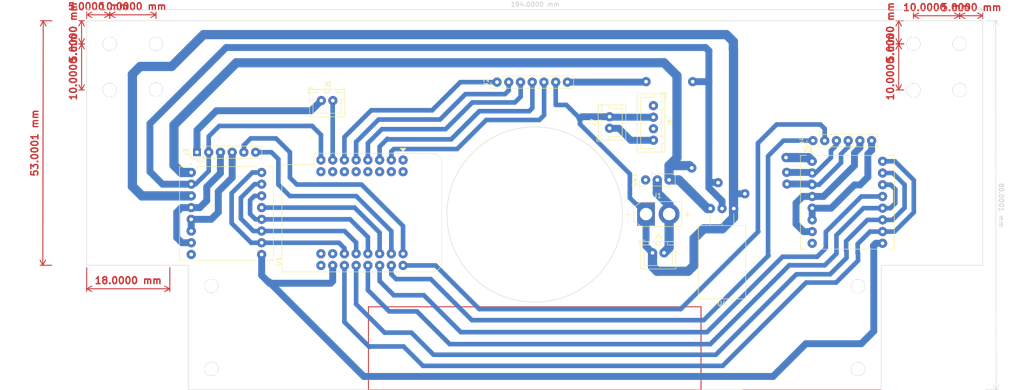
<source format=kicad_pcb>
(kicad_pcb (version 20221018) (generator pcbnew)
  (layers (0 "F.Cu" signal) (31 "B.Cu" signal) (34 "B.Paste" user) (35 "F.Paste" user) (36 "B.SilkS" user "B.Silkscreen") (37 "F.SilkS" user "F.Silkscreen") (38 "B.Mask" user) (39 "F.Mask" user) (44 "Edge.Cuts" user))
  (net 0 "")
  (net 2 "GND")
  (net 3 "BATT")
  (net 4 "OUTB_LEFT")
  (net 5 "OUTA_LEFT")
  (net 6 "STBY_LEFT")
  (net 7 "IN2_LEFT")
  (net 9 "IN1_LEFT")
  (net 10 "+3.3V")
  (net 11 "PWM_RIGH")
  (net 12 "IN1_RIGH")
  (net 13 "IN2_RIGH")
  (net 14 "STBY_RIGH")
  (net 15 "OUTA_RIGH")
  (net 17 "OUTB_RIGH")
  (net 18 "ADC")
  (net 19 "MUX1")
  (net 20 "MUX2")
  (net 21 "MUX3")
  (net 22 "MUX4")
  (net 24 "PWM_LEFT")
  (net 25 "M1_LEFT")
  (net 26 "M2_LEFT")
  (net 27 "M1_RIGH")
  (net 28 "M2_RIGH")
  (net 30 "Net-(J1-Pin_2)")
  (net 34 "7.4V")
  (net 35 "PWM_TURBINE")
  (footprint "Footprint:TB6612FNG_MODULE" (layer "F.Cu") (at 222.69 99.35)
    (fp_text reference "U3" (at -8.5932 -11.5132) (layer "F.SilkS"))
    (fp_text value "MOTOR_RIGH")
    (pad "1" thru_hole circle (at -7.62 -8.89) (size 2 2) (drill 0.8) (layers "*.Cu" "*.Mask") (net 3 "BATT"))
    (pad "2" thru_hole circle (at -7.62 -6.35) (size 2 2) (drill 0.8) (layers "*.Cu" "*.Mask") (net 10 "+3.3V"))
    (pad "3" thru_hole circle (at -7.62 -3.81) (size 2 2) (drill 0.8) (layers "*.Cu" "*.Mask") (net 2 "GND"))
    (pad "4" thru_hole circle (at -7.62 -1.27) (size 2 2) (drill 0.8) (layers "*.Cu" "*.Mask") (net 27 "M1_RIGH"))
    (pad "5" thru_hole circle (at -7.62 1.27) (size 2 2) (drill 0.8) (layers "*.Cu" "*.Mask") (net 28 "M2_RIGH"))
    (pad "6" thru_hole circle (at -7.62 3.81) (size 2 2) (drill 0.8) (layers "*.Cu" "*.Mask") (net 28 "M2_RIGH"))
    (pad "7" thru_hole circle (at -7.62 6.35) (size 2 2) (drill 0.8) (layers "*.Cu" "*.Mask") (net 27 "M1_RIGH"))
    (pad "8" thru_hole circle (at -7.62 8.89) (size 2 2) (drill 0.8) (layers "*.Cu" "*.Mask") (net 2 "GND"))
    (pad "9" thru_hole circle (at 7.62 8.89) (size 2 2) (drill 0.8) (layers "*.Cu" "*.Mask") (net 2 "GND"))
    (pad "10" thru_hole circle (at 7.62 6.35) (size 2 2) (drill 0.8) (layers "*.Cu" "*.Mask") (net 11 "PWM_RIGH"))
    (pad "11" thru_hole circle (at 7.62 3.81) (size 2 2) (drill 0.8) (layers "*.Cu" "*.Mask") (net 13 "IN2_RIGH"))
    (pad "12" thru_hole circle (at 7.62 1.27) (size 2 2) (drill 0.8) (layers "*.Cu" "*.Mask") (net 12 "IN1_RIGH"))
    (pad "13" thru_hole circle (at 7.62 -1.27) (size 2 2) (drill 0.8) (layers "*.Cu" "*.Mask") (net 14 "STBY_RIGH"))
    (pad "14" thru_hole circle (at 7.62 -3.81) (size 2 2) (drill 0.8) (layers "*.Cu" "*.Mask") (net 12 "IN1_RIGH"))
    (pad "15" thru_hole circle (at 7.62 -6.35) (size 2 2) (drill 0.8) (layers "*.Cu" "*.Mask") (net 13 "IN2_RIGH"))
    (pad "16" thru_hole circle (at 7.62 -8.89) (size 2 2) (drill 0.8) (layers "*.Cu" "*.Mask") (net 11 "PWM_RIGH"))
  )
  (footprint "Connectors_XT30-60:AMASS_XT30U-F_1x02_P5.0mm_Vertical" (layer "F.Cu") (at 179.1 101.9)
    (fp_text reference "J1" (at 2.5 -4) (layer "F.SilkS"))
    (fp_text value "BATT_11.1V")
    (fp_text user "-" (at -4 0) (layer "F.SilkS") (effects (font (size 1.5 1.5))))
    (fp_text user "+" (at 9 0) (layer "F.SilkS") (effects (font (size 1.5 1.5))))
    (pad "1" thru_hole rect (at 0 0) (size 3.8 5) (drill 2.7) (layers "*.Cu" "*.Mask") (net 2 "GND"))
    (pad "2" thru_hole circle (at 5 0) (size 4.5 4.5) (drill 2.7) (layers "*.Cu" "*.Mask") (net 30 "Net-(J1-Pin_2)"))
  )
  (footprint "Footprint:TB6612FNG_MODULE" (layer "F.Cu") (at 88.26 101.77)
    (fp_text reference "U2" (at -5.5332 -11.6132) (layer "F.SilkS"))
    (fp_text value "MOTOR_LEFT")
    (pad "1" thru_hole circle (at -7.62 -8.89) (size 2 2) (drill 0.8) (layers "*.Cu" "*.Mask") (net 3 "BATT"))
    (pad "2" thru_hole circle (at -7.62 -6.35) (size 2 2) (drill 0.8) (layers "*.Cu" "*.Mask") (net 10 "+3.3V"))
    (pad "3" thru_hole circle (at -7.62 -3.81) (size 2 2) (drill 0.8) (layers "*.Cu" "*.Mask") (net 2 "GND"))
    (pad "4" thru_hole circle (at -7.62 -1.27) (size 2 2) (drill 0.8) (layers "*.Cu" "*.Mask") (net 25 "M1_LEFT"))
    (pad "5" thru_hole circle (at -7.62 1.27) (size 2 2) (drill 0.8) (layers "*.Cu" "*.Mask") (net 26 "M2_LEFT"))
    (pad "6" thru_hole circle (at -7.62 3.81) (size 2 2) (drill 0.8) (layers "*.Cu" "*.Mask") (net 26 "M2_LEFT"))
    (pad "7" thru_hole circle (at -7.62 6.35) (size 2 2) (drill 0.8) (layers "*.Cu" "*.Mask") (net 25 "M1_LEFT"))
    (pad "8" thru_hole circle (at -7.62 8.89) (size 2 2) (drill 0.8) (layers "*.Cu" "*.Mask") (net 2 "GND"))
    (pad "9" thru_hole circle (at 7.62 8.89) (size 2 2) (drill 0.8) (layers "*.Cu" "*.Mask") (net 2 "GND"))
    (pad "10" thru_hole circle (at 7.62 6.35) (size 2 2) (drill 0.8) (layers "*.Cu" "*.Mask") (net 24 "PWM_LEFT"))
    (pad "11" thru_hole circle (at 7.62 3.81) (size 2 2) (drill 0.8) (layers "*.Cu" "*.Mask") (net 7 "IN2_LEFT"))
    (pad "12" thru_hole circle (at 7.62 1.27) (size 2 2) (drill 0.8) (layers "*.Cu" "*.Mask") (net 9 "IN1_LEFT"))
    (pad "13" thru_hole circle (at 7.62 -1.27) (size 2 2) (drill 0.8) (layers "*.Cu" "*.Mask") (net 6 "STBY_LEFT"))
    (pad "14" thru_hole circle (at 7.62 -3.81) (size 2 2) (drill 0.8) (layers "*.Cu" "*.Mask") (net 9 "IN1_LEFT"))
    (pad "15" thru_hole circle (at 7.62 -6.35) (size 2 2) (drill 0.8) (layers "*.Cu" "*.Mask") (net 7 "IN2_LEFT"))
    (pad "16" thru_hole circle (at 7.62 -8.89) (size 2 2) (drill 0.8) (layers "*.Cu" "*.Mask") (net 24 "PWM_LEFT"))
  )
  (footprint "Package_TO_SOT_THT:TO-220-3_Horizontal_TabDown" (layer "F.Cu") (at 198.1 100.7 180)
    (fp_text reference "U4" (at 2.54 -20.58) (layer "F.SilkS"))
    (fp_text value "LM1117T-3.3")
    (pad "" np_thru_hole oval (at 2.54 -16.66 180) (size 3.5 3.5) (drill 3.5) (layers "*.Cu" "*.Mask"))
    (pad "1" thru_hole circle (at 0 0 180) (size 2 2) (drill 0.8) (layers "*.Cu" "*.Mask") (net 2 "GND"))
    (pad "2" thru_hole circle (at 2.54 0 180) (size 2 2) (drill 0.8) (layers "*.Cu" "*.Mask") (net 10 "+3.3V"))
    (pad "3" thru_hole circle (at 5.08 0 180) (size 2 2) (drill 0.8) (layers "*.Cu" "*.Mask") (net 3 "BATT"))
  )
  (footprint "Connector_JST:JST_XH_B2B-XH-A_1x02_P2.50mm_Vertical" (layer "F.Cu") (at 108.8 77.3)
    (fp_text reference "J8" (at 1.25 -3.55) (layer "F.SilkS"))
    (fp_text value "TURBINE_PWM")
    (pad "1" thru_hole circle (at 0 0) (size 2 2) (drill 0.8) (layers "*.Cu" "*.Mask") (net 2 "GND"))
    (pad "2" thru_hole circle (at 2.5 0) (size 2 2) (drill 0.8) (layers "*.Cu" "*.Mask") (net 35 "PWM_TURBINE"))
  )
  (footprint "Connector_PinHeader_2.54mm:PinHeader_1x06_P2.54mm_Vertical" (layer "F.Cu") (at 215.24 85.98 90)
    (fp_text reference "J4" (at 0 -2.33 90) (layer "F.SilkS"))
    (fp_text value "ENODER_RIGH")
    (pad "1" thru_hole circle (at 0 0 90) (size 2 2) (drill 0.8) (layers "*.Cu" "*.Mask") (net 17 "OUTB_RIGH"))
    (pad "2" thru_hole circle (at 0 2.54 90) (size 2 2) (drill 0.8) (layers "*.Cu" "*.Mask") (net 15 "OUTA_RIGH"))
    (pad "3" thru_hole circle (at 0 5.08 90) (size 2 2) (drill 0.8) (layers "*.Cu" "*.Mask") (net 10 "+3.3V"))
    (pad "4" thru_hole circle (at 0 7.62 90) (size 2 2) (drill 0.8) (layers "*.Cu" "*.Mask") (net 2 "GND"))
    (pad "5" thru_hole circle (at 0 10.16 90) (size 2 2) (drill 0.8) (layers "*.Cu" "*.Mask") (net 27 "M1_RIGH"))
    (pad "6" thru_hole circle (at 0 12.7 90) (size 2 2) (drill 0.8) (layers "*.Cu" "*.Mask") (net 28 "M2_RIGH"))
  )
  (footprint "Module:WEMOS_S2_mini" (layer "F.Cu") (at 126.5 90.18 -90)
    (fp_text reference "U1" (at 22 27 90) (layer "F.SilkS"))
    (fp_text value "WeMos_S2_mini")
    (pad "1" thru_hole circle (at 0 0 270) (size 2 2) (drill 0.8) (layers "*.Cu" "*.Mask"))
    (pad "2" thru_hole circle (at 0 2.54 270) (size 2 2) (drill 0.8) (layers "*.Cu" "*.Mask") (net 18 "ADC"))
    (pad "3" thru_hole circle (at 0 5.08 270) (size 2 2) (drill 0.8) (layers "*.Cu" "*.Mask") (net 19 "MUX1"))
    (pad "4" thru_hole circle (at 0 7.62 270) (size 2 2) (drill 0.8) (layers "*.Cu" "*.Mask") (net 20 "MUX2"))
    (pad "5" thru_hole circle (at 0 10.16 270) (size 2 2) (drill 0.8) (layers "*.Cu" "*.Mask") (net 21 "MUX3"))
    (pad "6" thru_hole circle (at 0 12.7 270) (size 2 2) (drill 0.8) (layers "*.Cu" "*.Mask") (net 22 "MUX4"))
    (pad "7" thru_hole circle (at 0 15.24 270) (size 2 2) (drill 0.8) (layers "*.Cu" "*.Mask") (net 35 "PWM_TURBINE"))
    (pad "8" thru_hole circle (at 0 17.78 270) (size 2 2) (drill 0.8) (layers "*.Cu" "*.Mask") (net 10 "+3.3V"))
    (pad "9" thru_hole circle (at 22.86 17.78 270) (size 2 2) (drill 0.8) (layers "*.Cu" "*.Mask"))
    (pad "10" thru_hole circle (at 22.86 15.24 270) (size 2 2) (drill 0.8) (layers "*.Cu" "*.Mask") (net 2 "GND"))
    (pad "11" thru_hole circle (at 22.86 12.7 270) (size 2 2) (drill 0.8) (layers "*.Cu" "*.Mask") (net 11 "PWM_RIGH"))
    (pad "12" thru_hole circle (at 22.86 10.16 270) (size 2 2) (drill 0.8) (layers "*.Cu" "*.Mask") (net 13 "IN2_RIGH"))
    (pad "13" thru_hole circle (at 22.86 7.62 270) (size 2 2) (drill 0.8) (layers "*.Cu" "*.Mask") (net 12 "IN1_RIGH"))
    (pad "14" thru_hole circle (at 22.86 5.08 270) (size 2 2) (drill 0.8) (layers "*.Cu" "*.Mask") (net 14 "STBY_RIGH"))
    (pad "15" thru_hole circle (at 22.86 2.54 270) (size 2 2) (drill 0.8) (layers "*.Cu" "*.Mask") (net 17 "OUTB_RIGH"))
    (pad "16" thru_hole circle (at 22.86 0 270) (size 2 2) (drill 0.8) (layers "*.Cu" "*.Mask") (net 15 "OUTA_RIGH"))
    (pad "17" thru_hole circle (at 2.54 0 270) (size 2 2) (drill 0.8) (layers "*.Cu" "*.Mask"))
    (pad "18" thru_hole circle (at 2.54 2.54 270) (size 2 2) (drill 0.8) (layers "*.Cu" "*.Mask"))
    (pad "19" thru_hole circle (at 2.54 5.08 270) (size 2 2) (drill 0.8) (layers "*.Cu" "*.Mask"))
    (pad "20" thru_hole circle (at 2.54 7.62 270) (size 2 2) (drill 0.8) (layers "*.Cu" "*.Mask"))
    (pad "21" thru_hole circle (at 2.54 10.16 270) (size 2 2) (drill 0.8) (layers "*.Cu" "*.Mask"))
    (pad "22" thru_hole circle (at 2.54 12.7 270) (size 2 2) (drill 0.8) (layers "*.Cu" "*.Mask"))
    (pad "23" thru_hole circle (at 2.54 15.24 270) (size 2 2) (drill 0.8) (layers "*.Cu" "*.Mask"))
    (pad "24" thru_hole circle (at 2.54 17.78 270) (size 2 2) (drill 0.8) (layers "*.Cu" "*.Mask"))
    (pad "25" thru_hole circle (at 20.32 17.78 270) (size 2 2) (drill 0.8) (layers "*.Cu" "*.Mask"))
    (pad "26" thru_hole circle (at 20.32 15.24 270) (size 2 2) (drill 0.8) (layers "*.Cu" "*.Mask") (net 2 "GND"))
    (pad "27" thru_hole circle (at 20.32 12.7 270) (size 2 2) (drill 0.8) (layers "*.Cu" "*.Mask") (net 24 "PWM_LEFT"))
    (pad "28" thru_hole circle (at 20.32 10.16 270) (size 2 2) (drill 0.8) (layers "*.Cu" "*.Mask") (net 7 "IN2_LEFT"))
    (pad "29" thru_hole circle (at 20.32 7.62 270) (size 2 2) (drill 0.8) (layers "*.Cu" "*.Mask") (net 9 "IN1_LEFT"))
    (pad "30" thru_hole circle (at 20.32 5.08 270) (size 2 2) (drill 0.8) (layers "*.Cu" "*.Mask") (net 6 "STBY_LEFT"))
    (pad "31" thru_hole circle (at 20.32 2.54 270) (size 2 2) (drill 0.8) (layers "*.Cu" "*.Mask") (net 5 "OUTA_LEFT"))
    (pad "32" thru_hole circle (at 20.32 0 270) (size 2 2) (drill 0.8) (layers "*.Cu" "*.Mask") (net 4 "OUTB_LEFT"))
  )
  (footprint "Connector_JST:JST_XH_B2B-XH-A_1x02_P2.50mm_Vertical" (layer "F.Cu") (at 180.5 110.3)
    (fp_text reference "J5" (at 1.25 -3.55) (layer "F.SilkS"))
    (fp_text value "BATT_7.4V")
    (pad "1" thru_hole circle (at 0 0) (size 2 2) (drill 0.8) (layers "*.Cu" "*.Mask") (net 2 "GND"))
    (pad "2" thru_hole circle (at 2.5 0) (size 2 2) (drill 0.8) (layers "*.Cu" "*.Mask") (net 30 "Net-(J1-Pin_2)"))
  )
  (footprint "Connector_PinHeader_2.54mm:PinHeader_1x06_P2.54mm_Vertical" (layer "F.Cu") (at 81.88 88.5 90)
    (fp_text reference "J3" (at 0 -2.33 90) (layer "F.SilkS"))
    (fp_text value "ENODER_LEFT")
    (pad "1" thru_hole rect (at 0 0 90) (size 1.7 1.7) (drill 0.8) (layers "*.Cu" "*.Mask") (net 2 "GND"))
    (pad "2" thru_hole circle (at 0 2.54 90) (size 2 2) (drill 0.8) (layers "*.Cu" "*.Mask") (net 10 "+3.3V"))
    (pad "3" thru_hole circle (at 0 5.08 90) (size 2 2) (drill 0.8) (layers "*.Cu" "*.Mask") (net 25 "M1_LEFT"))
    (pad "4" thru_hole circle (at 0 7.62 90) (size 2 2) (drill 0.8) (layers "*.Cu" "*.Mask") (net 26 "M2_LEFT"))
    (pad "5" thru_hole circle (at 0 10.16 90) (size 2 2) (drill 0.8) (layers "*.Cu" "*.Mask") (net 4 "OUTB_LEFT"))
    (pad "6" thru_hole circle (at 0 12.7 90) (size 2 2) (drill 0.8) (layers "*.Cu" "*.Mask") (net 5 "OUTA_LEFT"))
  )
  (footprint "Connector_JST:JST_XH_B4B-XH-A_1x04_P2.50mm_Vertical" (layer "F.Cu") (at 180.7 78.4 -90)
    (fp_text reference "J6" (at 3.75 -3.55 90) (layer "F.SilkS"))
    (fp_text value "JST-7.7V")
    (pad "1" thru_hole circle (at 0 0 270) (size 2 2) (drill 0.8) (layers "*.Cu" "*.Mask"))
    (pad "2" thru_hole circle (at 2.5 0 270) (size 2 2) (drill 0.8) (layers "*.Cu" "*.Mask") (net 2 "GND"))
    (pad "3" thru_hole circle (at 5 0 270) (size 2 2) (drill 0.8) (layers "*.Cu" "*.Mask"))
    (pad "4" thru_hole circle (at 7.5 0 270) (size 2 2) (drill 0.8) (layers "*.Cu" "*.Mask") (net 34 "7.4V"))
  )
  (footprint "Connector_PinHeader_2.54mm:PinHeader_1x03_P2.54mm_Vertical" (layer "F.Cu") (at 179 94.5 90)
    (fp_text reference "SW1" (at 0 -2.33 90) (layer "F.SilkS"))
    (fp_text value "Switch")
    (pad "1" thru_hole circle (at 0 0 90) (size 2 2) (drill 0.8) (layers "*.Cu" "*.Mask"))
    (pad "2" thru_hole circle (at 0 2.54 90) (size 2 2) (drill 0.8) (layers "*.Cu" "*.Mask") (net 30 "Net-(J1-Pin_2)"))
    (pad "3" thru_hole circle (at 0 5.08 90) (size 2 2) (drill 0.8) (layers "*.Cu" "*.Mask") (net 3 "BATT"))
  )
  (footprint "Connector_JST:JST_XH_B2B-XH-A_1x02_P2.50mm_Vertical" (layer "F.Cu") (at 171.2 83.3 90)
    (fp_text reference "J7" (at 1.25 -3.55 90) (layer "F.SilkS"))
    (fp_text value "TURBINE_POWER")
    (pad "1" thru_hole circle (at 0 0 90) (size 2 2) (drill 0.8) (layers "*.Cu" "*.Mask") (net 34 "7.4V"))
    (pad "2" thru_hole circle (at 2.5 0 90) (size 2 2) (drill 0.8) (layers "*.Cu" "*.Mask") (net 2 "GND"))
  )
  (footprint "Connector_PinHeader_2.54mm:PinHeader_1x07_P2.54mm_Vertical" (layer "F.Cu") (at 146.84 73.3 90)
    (fp_text reference "J2" (at 0 -2.33 90) (layer "F.SilkS"))
    (fp_text value "Conn_01x07")
    (pad "1" thru_hole circle (at 0 0 90) (size 2 2) (drill 0.8) (layers "*.Cu" "*.Mask") (net 22 "MUX4"))
    (pad "2" thru_hole circle (at 0 2.54 90) (size 2 2) (drill 0.8) (layers "*.Cu" "*.Mask") (net 21 "MUX3"))
    (pad "3" thru_hole circle (at 0 5.08 90) (size 2 2) (drill 0.8) (layers "*.Cu" "*.Mask") (net 20 "MUX2"))
    (pad "4" thru_hole circle (at 0 7.62 90) (size 2 2) (drill 0.8) (layers "*.Cu" "*.Mask") (net 19 "MUX1"))
    (pad "5" thru_hole circle (at 0 10.16 90) (size 2 2) (drill 0.8) (layers "*.Cu" "*.Mask") (net 18 "ADC"))
    (pad "6" thru_hole circle (at 0 12.7 90) (size 2 2) (drill 0.8) (layers "*.Cu" "*.Mask") (net 2 "GND"))
    (pad "7" thru_hole circle (at 0 15.24 90) (size 2 2) (drill 0.8) (layers "*.Cu" "*.Mask") (net 10 "+3.3V"))
  )
  (gr_line (start 119 140) (end 119 122) (stroke (width 0.2)) (layer "F.Cu"))
  (gr_line (start 191 140) (end 191 122) (stroke (width 0.2)) (layer "F.Cu"))
  (gr_line (start 230 140) (end 200 140) (stroke (width 0.2)) (layer "F.Cu"))
  (gr_line (start 119 140) (end 191 140) (stroke (width 0.2)) (layer "F.Cu"))
  (gr_line (start 119 122) (end 191 122) (stroke (width 0.2)) (layer "F.Cu"))
  (gr_line (start 80 140) (end 80 113) (stroke (width 0.1)) (layer "Edge.Cuts"))
  (gr_line (start 252 113) (end 252 60) (stroke (width 0.1)) (layer "Edge.Cuts"))
  (gr_line (start 252 113) (end 230 113) (stroke (width 0.1)) (layer "Edge.Cuts"))
  (gr_line (start 80 113) (end 58 113) (stroke (width 0.1)) (layer "Edge.Cuts"))
  (gr_line (start 230 140) (end 230 113) (stroke (width 0.1)) (layer "Edge.Cuts"))
  (gr_line (start 252 60) (end 58 60) (stroke (width 0.1)) (layer "Edge.Cuts"))
  (gr_line (start 80 140) (end 230 140) (stroke (width 0.1)) (layer "Edge.Cuts"))
  (gr_line (start 58 60) (end 58 113) (stroke (width 0.1)) (layer "Edge.Cuts"))
  (gr_circle (center 155 102) (end 155 121) (stroke (width 0.1)) (fill none) (layer "Edge.Cuts"))
  (dimension (type aligned) (layer "F.Cu") (pts (xy 235.4 60) (xy 235.4 65)) (height 1.6) (gr_text "5,0000 mm" (at 232 62.5 90) (layer "F.Cu") (effects (font (size 1.5 1.5) (thickness 0.3)))) (format (prefix "") (suffix "") (units 3) (units_format 1) (precision 4)) (style (thickness 0.2) (arrow_length 1.27) (text_position_mode 0) (extension_height 0.58642) (extension_offset 0.5) keep_text_aligned))
  (dimension (type aligned) (layer "F.Cu") (pts (xy 58 60) (xy 63 60)) (height -1.3) (gr_text "5,0000 mm" (at 60.5 56.9) (layer "F.Cu") (effects (font (size 1.5 1.5) (thickness 0.3)))) (format (prefix "") (suffix "") (units 3) (units_format 1) (precision 4)) (style (thickness 0.2) (arrow_length 1.27) (text_position_mode 0) (extension_height 0.58642) (extension_offset 0.5) keep_text_aligned))
  (dimension (type aligned) (layer "F.Cu") (pts (xy 58 113) (xy 76 113)) (height 5.1) (gr_text "18,0000 mm" (at 67 116.3) (layer "F.Cu") (effects (font (size 1.5 1.5) (thickness 0.3)))) (format (prefix "") (suffix "") (units 3) (units_format 1) (precision 4)) (style (thickness 0.2) (arrow_length 1.27) (text_position_mode 0) (extension_height 0.58642) (extension_offset 0.5) keep_text_aligned))
  (dimension (type aligned) (layer "F.Cu") (pts (xy 58 65) (xy 58 75)) (height 1.1) (gr_text "10,0000 mm" (at 55.1 70 90) (layer "F.Cu") (effects (font (size 1.5 1.5) (thickness 0.3)))) (format (prefix "") (suffix "") (units 3) (units_format 1) (precision 4)) (style (thickness 0.2) (arrow_length 1.27) (text_position_mode 0) (extension_height 0.58642) (extension_offset 0.5) keep_text_aligned))
  (dimension (type aligned) (layer "F.Cu") (pts (xy 235.4 65) (xy 235.4 75)) (height 1.6) (gr_text "10,0000 mm" (at 232 70 90) (layer "F.Cu") (effects (font (size 1.5 1.5) (thickness 0.3)))) (format (prefix "") (suffix "") (units 3) (units_format 1) (precision 4)) (style (thickness 0.2) (arrow_length 1.27) (text_position_mode 0) (extension_height 0.58642) (extension_offset 0.5) keep_text_aligned))
  (dimension (type aligned) (layer "F.Cu") (pts (xy 247 60) (xy 237 60)) (height 1.1) (gr_text "10,0000 mm" (at 242 57.1) (layer "F.Cu") (effects (font (size 1.5 1.5) (thickness 0.3)))) (format (prefix "") (suffix "") (units 3) (units_format 1) (precision 4)) (style (thickness 0.2) (arrow_length 1.27) (text_position_mode 0) (extension_height 0.58642) (extension_offset 0.5) keep_text_aligned))
  (dimension (type aligned) (layer "F.Cu") (pts (xy 63 60) (xy 73 60)) (height -1.3) (gr_text "10,0000 mm" (at 68 56.9) (layer "F.Cu") (effects (font (size 1.5 1.5) (thickness 0.3)))) (format (prefix "") (suffix "") (units 3) (units_format 1) (precision 4)) (style (thickness 0.2) (arrow_length 1.27) (text_position_mode 0) (extension_height 0.58642) (extension_offset 0.5) keep_text_aligned))
  (dimension (type aligned) (layer "F.Cu") (pts (xy 50.898799 113.004526) (xy 50.998799 60.004526)) (height -2.398803) (gr_text "53,0001 mm" (at 46.750003 86.496604 89.89189488) (layer "F.Cu") (effects (font (size 1.5 1.5) (thickness 0.3)))) (format (prefix "") (suffix "") (units 3) (units_format 1) (precision 4)) (style (thickness 0.2) (arrow_length 1.27) (text_position_mode 0) (extension_height 0.58642) (extension_offset 0.5) keep_text_aligned))
  (dimension (type aligned) (layer "F.Cu") (pts (xy 252 59.999999) (xy 247 59.999999)) (height 1.099999) (gr_text "5,0000 mm" (at 249.5 57.1) (layer "F.Cu") (effects (font (size 1.5 1.5) (thickness 0.3)))) (format (prefix "") (suffix "") (units 3) (units_format 1) (precision 4)) (style (thickness 0.2) (arrow_length 1.27) (text_position_mode 0) (extension_height 0.58642) (extension_offset 0.5) keep_text_aligned))
  (dimension (type aligned) (layer "F.Cu") (pts (xy 58 60) (xy 58 65)) (height 1.1) (gr_text "5,0000 mm" (at 55.1 62.5 90) (layer "F.Cu") (effects (font (size 1.5 1.5) (thickness 0.3)))) (format (prefix "") (suffix "") (units 3) (units_format 1) (precision 4)) (style (thickness 0.2) (arrow_length 1.27) (text_position_mode 0) (extension_height 0.58642) (extension_offset 0.5) keep_text_aligned))
  (dimension (type aligned) (layer "Edge.Cuts") (pts (xy 252.1 60) (xy 252.2 140)) (height -2.7) (gr_text "80,0001 mm" (at 255.999997 99.995188 270.0716197) (layer "Edge.Cuts") (effects (font (size 1 1) (thickness 0.15)))) (format (prefix "") (suffix "") (units 3) (units_format 1) (precision 4)) (style (thickness 0.1) (arrow_length 1.27) (text_position_mode 0) (extension_height 0.58642) (extension_offset 0.5) keep_text_aligned))
  (dimension (type aligned) (layer "Edge.Cuts") (pts (xy 58.1 60) (xy 252.1 60)) (height -2.4) (gr_text "194,0000 mm" (at 155.1 56.45) (layer "Edge.Cuts") (effects (font (size 1 1) (thickness 0.15)))) (format (prefix "") (suffix "") (units 3) (units_format 1) (precision 4)) (style (thickness 0.1) (arrow_length 1.27) (text_position_mode 0) (extension_height 0.58642) (extension_offset 0.5) keep_text_aligned))
  (via (at 237 65) (size 3) (drill 3) (layers "F.Cu" "B.Cu") (net 0))
  (via (at 63 75) (size 3) (drill 3) (layers "F.Cu" "B.Cu") (net 0))
  (via (at 247 75) (size 3) (drill 3) (layers "F.Cu" "B.Cu") (net 0))
  (via (at 85 117.5) (size 3) (drill 3) (layers "F.Cu" "B.Cu") (net 0))
  (via (at 73 65) (size 3) (drill 3) (layers "F.Cu" "B.Cu") (net 0))
  (via (at 247 65) (size 3) (drill 3) (layers "F.Cu" "B.Cu") (net 0))
  (via (at 237 75.1) (size 3) (drill 3) (layers "F.Cu" "B.Cu") (net 0))
  (via (at 85 135.45) (size 3) (drill 3) (layers "F.Cu" "B.Cu") (net 0))
  (via (at 225 117.55) (size 3) (drill 3) (layers "F.Cu" "B.Cu") (net 0))
  (via (at 63 65) (size 3) (drill 3) (layers "F.Cu" "B.Cu") (net 0))
  (via (at 73 74.9) (size 3) (drill 3) (layers "F.Cu" "B.Cu") (net 0))
  (via (at 225 135.5) (size 3) (drill 3) (layers "F.Cu" "B.Cu") (net 0))
  (via (at 209.6 95.4) (size 2) (drill 0.8) (layers "F.Cu" "B.Cu") (net 2))
  (via (at 200.5 97.5) (size 2) (drill 0.8) (layers "F.Cu" "B.Cu") (net 2))
  (segment (start 159.54 78.24) (end 161.84 78.24) (width 1) (layer "B.Cu") (net 2))
  (segment (start 198.04 66.14) (end 198 66.1) (width 2) (layer "B.Cu") (net 2))
  (segment (start 209.6 95.4) (end 209.52 95.38) (width 1.5) (layer "B.Cu") (net 2))
  (segment (start 67.9 71.6) (end 69.6 69.9) (width 2) (layer "B.Cu") (net 2))
  (segment (start 69.96 97.96) (end 67.9 95.9) (width 2) (layer "B.Cu") (net 2))
  (segment (start 228.4 127.3) (end 225.7 130) (width 1.5) (layer "B.Cu") (net 2))
  (segment (start 198 66.1) (end 198 64.5) (width 2) (layer "B.Cu") (net 2))
  (segment (start 159.54 73.3) (end 159.54 78.24) (width 1) (layer "B.Cu") (net 2))
  (segment (start 95.88 110.66) (end 95.88 115.18) (width 1.5) (layer "B.Cu") (net 2))
  (segment (start 196.5 63) (end 84.1 63) (width 2) (layer "B.Cu") (net 2))
  (segment (start 178.4 101.9) (end 179.1 101.9) (width 1) (layer "B.Cu") (net 2))
  (segment (start 222.86 87.34) (end 222.86 85.98) (width 1) (layer "B.Cu") (net 2))
  (segment (start 175.6 98.4) (end 175.6 93.2) (width 1) (layer "B.Cu") (net 2))
  (segment (start 86.1 79.5) (end 81.88 83.72) (width 1.5) (layer "B.Cu") (net 2))
  (segment (start 111.26 116.44) (end 110.8 116.9) (width 1.5) (layer "B.Cu") (net 2))
  (segment (start 81.88 83.72) (end 81.88 88.5) (width 1.5) (layer "B.Cu") (net 2))
  (segment (start 206.6 137.1) (end 118 137.1) (width 1.5) (layer "B.Cu") (net 2))
  (segment (start 215.07 95.54) (end 216.56 95.54) (width 1) (layer "B.Cu") (net 2))
  (segment (start 198.04 97.5) (end 200.5 97.5) (width 1.5) (layer "B.Cu") (net 2))
  (segment (start 198.04 102.66) (end 195.6 105.1) (width 2) (layer "B.Cu") (net 2))
  (segment (start 228.32 108.78) (end 228.4 108.86) (width 1.5) (layer "B.Cu") (net 2))
  (segment (start 110.8 116.9) (end 97.6 116.9) (width 1.5) (layer "B.Cu") (net 2))
  (segment (start 161.84 78.24) (end 164.8 81.2) (width 1) (layer "B.Cu") (net 2))
  (segment (start 111.26 113.04) (end 111.26 116.44) (width 1.5) (layer "B.Cu") (net 2))
  (segment (start 213.7 130) (end 206.6 137.1) (width 1.5) (layer "B.Cu") (net 2))
  (segment (start 198 64.5) (end 196.5 63) (width 2) (layer "B.Cu") (net 2))
  (segment (start 171.2 80.8) (end 165.2 80.8) (width 1.5) (layer "B.Cu") (net 2))
  (segment (start 95.88 115.18) (end 97.3 116.6) (width 1.5) (layer "B.Cu") (net 2))
  (segment (start 108.8 77.3) (end 106.6 79.5) (width 1.5) (layer "B.Cu") (net 2))
  (segment (start 195.6 105.1) (end 191.6 105.1) (width 2) (layer "B.Cu") (net 2))
  (segment (start 69.6 69.9) (end 76.4 69.9) (width 2) (layer "B.Cu") (net 2))
  (segment (start 230.31 108.24) (end 228.86 108.24) (width 1.5) (layer "B.Cu") (net 2))
  (segment (start 198.04 97.5) (end 198.04 66.14) (width 2) (layer "B.Cu") (net 2))
  (segment (start 188.2 114.3) (end 181.5 114.3) (width 2) (layer "B.Cu") (net 2))
  (segment (start 221.32 90.78) (end 221.32 88.88) (width 1) (layer "B.Cu") (net 2))
  (segment (start 118 137.1) (end 97.5 116.6) (width 1.5) (layer "B.Cu") (net 2))
  (segment (start 189.5 113) (end 188.2 114.3) (width 2) (layer "B.Cu") (net 2))
  (segment (start 189.5 107.2) (end 189.5 113) (width 2) (layer "B.Cu") (net 2))
  (segment (start 179.1 101.9) (end 175.6 98.4) (width 1) (layer "B.Cu") (net 2))
  (segment (start 198.04 99.9) (end 198.04 97.5) (width 2) (layer "B.Cu") (net 2))
  (segment (start 216.56 95.54) (end 221.32 90.78) (width 1) (layer "B.Cu") (net 2))
  (segment (start 221.32 88.88) (end 222.86 87.34) (width 1) (layer "B.Cu") (net 2))
  (segment (start 209.62 95.38) (end 209.6 95.4) (width 1.5) (layer "B.Cu") (net 2))
  (segment (start 180.5 113.3) (end 180.5 110.3) (width 2) (layer "B.Cu") (net 2))
  (segment (start 80.64 97.96) (end 69.96 97.96) (width 2) (layer "B.Cu") (net 2))
  (segment (start 179.1 108.9) (end 180.5 110.3) (width 1.5) (layer "B.Cu") (net 2))
  (segment (start 164.8 82.4) (end 164.8 81.2) (width 1) (layer "B.Cu") (net 2))
  (segment (start 80.5 110.8) (end 80.64 110.66) (width 1.5) (layer "B.Cu") (net 2))
  (segment (start 76.4 69.9) (end 83.3 63) (width 2) (layer "B.Cu") (net 2))
  (segment (start 225.7 130) (end 213.7 130) (width 1.5) (layer "B.Cu") (net 2))
  (segment (start 97.6 116.9) (end 97.3 116.6) (width 1.5) (layer "B.Cu") (net 2))
  (segment (start 228.86 108.24) (end 228.32 108.78) (width 1.5) (layer "B.Cu") (net 2))
  (segment (start 179.1 101.9) (end 179.1 108.9) (width 1.5) (layer "B.Cu") (net 2))
  (segment (start 67.9 95.9) (end 67.9 71.6) (width 2) (layer "B.Cu") (net 2))
  (segment (start 209.52 95.38) (end 214.91 95.38) (width 1.5) (layer "B.Cu") (net 2))
  (segment (start 106.6 79.5) (end 86.1 79.5) (width 1.5) (layer "B.Cu") (net 2))
  (segment (start 165.2 80.8) (end 164.8 81.2) (width 1.5) (layer "B.Cu") (net 2))
  (segment (start 214.91 95.38) (end 215.07 95.54) (width 2) (layer "B.Cu") (net 2))
  (segment (start 228.4 108.86) (end 228.4 127.3) (width 1.5) (layer "B.Cu") (net 2))
  (segment (start 175.6 93.2) (end 164.8 82.4) (width 1) (layer "B.Cu") (net 2))
  (segment (start 191.6 105.1) (end 189.5 107.2) (width 2) (layer "B.Cu") (net 2))
  (segment (start 83.3 63) (end 84.1 63) (width 2) (layer "B.Cu") (net 2))
  (segment (start 180.7 80.9) (end 171.3 80.9) (width 1.5) (layer "B.Cu") (net 2))
  (segment (start 171.3 80.9) (end 171.2 80.8) (width 1.5) (layer "B.Cu") (net 2))
  (segment (start 200.5 97.5) (end 200.4 97.5) (width 1.5) (layer "B.Cu") (net 2))
  (segment (start 181.5 114.3) (end 180.5 113.3) (width 2) (layer "B.Cu") (net 2))
  (segment (start 198.04 100.46) (end 198.04 102.66) (width 2) (layer "B.Cu") (net 2))
  (segment (start 97.5 116.6) (end 97.3 116.6) (width 1.5) (layer "B.Cu") (net 2))
  (via (at 189 91.9) (size 2) (drill 0.8) (layers "F.Cu" "B.Cu") (net 3))
  (via (at 209.4 89.65) (size 2) (drill 0.8) (layers "F.Cu" "B.Cu") (net 3))
  (segment (start 214.29 89.68) (end 215.07 90.46) (width 2) (layer "B.Cu") (net 3))
  (segment (start 76.9 82.6) (end 76.9 91.3) (width 2) (layer "B.Cu") (net 3))
  (segment (start 184.08 91.4) (end 185.8 89.68) (width 2) (layer "B.Cu") (net 3))
  (segment (start 80.52 93) (end 80.64 92.88) (width 1.5) (layer "B.Cu") (net 3))
  (segment (start 185.8 71.92) (end 182.98 69.1) (width 2) (layer "B.Cu") (net 3))
  (segment (start 182.98 69.1) (end 90.4 69.1) (width 2) (layer "B.Cu") (net 3))
  (segment (start 76.9 91.3) (end 78.48 92.88) (width 2) (layer "B.Cu") (net 3))
  (segment (start 184.08 94.5) (end 184.08 91.4) (width 2) (layer "B.Cu") (net 3))
  (segment (start 78.48 92.88) (end 80.64 92.88) (width 2) (layer "B.Cu") (net 3))
  (segment (start 209.4 89.65) (end 214.29 89.68) (width 2) (layer "B.Cu") (net 3))
  (segment (start 188.5 91.4) (end 189 91.9) (width 2) (layer "B.Cu") (net 3))
  (segment (start 189 91.9) (end 188.9 91.8) (width 2) (layer "B.Cu") (net 3))
  (segment (start 184.08 94.5) (end 186.2 94.5) (width 2) (layer "B.Cu") (net 3))
  (segment (start 185.8 89.68) (end 185.8 71.92) (width 2) (layer "B.Cu") (net 3))
  (segment (start 90.4 69.1) (end 76.9 82.6) (width 2) (layer "B.Cu") (net 3))
  (segment (start 184.08 91.4) (end 188.5 91.4) (width 2) (layer "B.Cu") (net 3))
  (segment (start 192.4 100.7) (end 193.02 100.7) (width 2) (layer "B.Cu") (net 3))
  (segment (start 209.42 89.68) (end 209.4 89.65) (width 2) (layer "B.Cu") (net 3))
  (segment (start 186.2 94.5) (end 192.4 100.7) (width 2) (layer "B.Cu") (net 3))
  (segment (start 102 94) (end 102 88.5) (width 1) (layer "B.Cu") (net 4))
  (segment (start 92.04 86.96) (end 92.04 88.5) (width 1) (layer "B.Cu") (net 4))
  (segment (start 126.5 110.5) (end 126.5 104.5) (width 1) (layer "B.Cu") (net 4))
  (segment (start 103.5 95.5) (end 102 94) (width 1) (layer "B.Cu") (net 4))
  (segment (start 126.5 104.5) (end 117.5 95.5) (width 1) (layer "B.Cu") (net 4))
  (segment (start 117.5 95.5) (end 103.5 95.5) (width 1) (layer "B.Cu") (net 4))
  (segment (start 93.5 85.5) (end 92.04 86.96) (width 1) (layer "B.Cu") (net 4))
  (segment (start 102 88.5) (end 99 85.5) (width 1) (layer "B.Cu") (net 4))
  (segment (start 99 85.5) (end 93.5 85.5) (width 1) (layer "B.Cu") (net 4))
  (segment (start 99.5 95.5) (end 102 98) (width 1) (layer "B.Cu") (net 5))
  (segment (start 102 98) (end 116.348528 98) (width 1) (layer "B.Cu") (net 5))
  (segment (start 98 88.5) (end 99.5 90) (width 1) (layer "B.Cu") (net 5))
  (segment (start 123.96 105.611472) (end 123.96 110.5) (width 1) (layer "B.Cu") (net 5))
  (segment (start 94.58 88.5) (end 98 88.5) (width 1) (layer "B.Cu") (net 5))
  (segment (start 116.348528 98) (end 123.96 105.611472) (width 1) (layer "B.Cu") (net 5))
  (segment (start 99.5 90) (end 99.5 95.5) (width 1) (layer "B.Cu") (net 5))
  (segment (start 121.42 105.92) (end 121.42 110.5) (width 1) (layer "B.Cu") (net 6))
  (segment (start 116 100.5) (end 121.42 105.92) (width 1) (layer "B.Cu") (net 6))
  (segment (start 95.88 100.5) (end 116 100.5) (width 1) (layer "B.Cu") (net 6))
  (segment (start 94.08 105.58) (end 95.88 105.58) (width 1) (layer "B.Cu") (net 7))
  (segment (start 95.88 105.58) (end 113.83 105.58) (width 1) (layer "B.Cu") (net 7))
  (segment (start 91.38 102.88) (end 94.08 105.58) (width 1) (layer "B.Cu") (net 7))
  (segment (start 113.83 105.58) (end 116.34 108.09) (width 1) (layer "B.Cu") (net 7))
  (segment (start 95.88 95.42) (end 94.34 95.42) (width 1) (layer "B.Cu") (net 7))
  (segment (start 91.38 98.38) (end 91.38 102.88) (width 1) (layer "B.Cu") (net 7))
  (segment (start 116.34 108.09) (end 116.34 110.5) (width 1) (layer "B.Cu") (net 7))
  (segment (start 94.34 95.42) (end 91.38 98.38) (width 1) (layer "B.Cu") (net 7))
  (segment (start 118.88 106.88) (end 118.88 110.5) (width 1) (layer "B.Cu") (net 9))
  (segment (start 93.38 101.88) (end 94.54 103.04) (width 1) (layer "B.Cu") (net 9))
  (segment (start 94.3 97.96) (end 93.38 98.88) (width 1) (layer "B.Cu") (net 9))
  (segment (start 95.88 103.04) (end 115.04 103.04) (width 1) (layer "B.Cu") (net 9))
  (segment (start 95.88 97.96) (end 94.3 97.96) (width 1) (layer "B.Cu") (net 9))
  (segment (start 115.04 103.04) (end 118.88 106.88) (width 1) (layer "B.Cu") (net 9))
  (segment (start 94.54 103.04) (end 95.88 103.04) (width 1) (layer "B.Cu") (net 9))
  (segment (start 93.38 98.88) (end 93.38 101.88) (width 1) (layer "B.Cu") (net 9))
  (via (at 209.55 92.85) (size 2) (drill 0.8) (layers "F.Cu" "B.Cu") (net 10))
  (via (at 189.2 73.2) (size 2) (drill 0.8) (layers "F.Cu" "B.Cu") (net 10))
  (via (at 179.1 73.2) (size 2) (drill 0.8) (layers "F.Cu" "B.Cu") (net 10))
  (via (at 194.7 95.1) (size 2) (drill 0.8) (layers "F.Cu" "B.Cu") (net 10))
  (segment (start 192.7 96.2) (end 192.7 95) (width 1.5) (layer "B.Cu") (net 10))
  (segment (start 86.7 82.8) (end 106.8 82.8) (width 1) (layer "B.Cu") (net 10))
  (segment (start 179.1 73.3) (end 179.1 73.3) (width 1.5) (layer "B.Cu") (net 10))
  (segment (start 80.64 95.42) (end 81.58 95.42) (width 1) (layer "B.Cu") (net 10))
  (segment (start 209.52 92.88) (end 209.55 92.85) (width 1.5) (layer "B.Cu") (net 10))
  (segment (start 106.8 82.8) (end 108.72 84.72) (width 1) (layer "B.Cu") (net 10))
  (segment (start 192.7 73.2) (end 192.7 66.5) (width 1.5) (layer "B.Cu") (net 10))
  (segment (start 215.8 93) (end 219.12 89.68) (width 1) (layer "B.Cu") (net 10))
  (segment (start 179.1 73.3) (end 179.1 73.2) (width 1.5) (layer "B.Cu") (net 10))
  (segment (start 214.95 92.88) (end 215.07 93) (width 1.5) (layer "B.Cu") (net 10))
  (segment (start 88.2 65.8) (end 71.7 82.3) (width 1.5) (layer "B.Cu") (net 10))
  (segment (start 81.58 95.42) (end 84.42 92.58) (width 1) (layer "B.Cu") (net 10))
  (segment (start 192.7 95) (end 194.7 95.1) (width 1.5) (layer "B.Cu") (net 10))
  (segment (start 209.58 92.88) (end 214.95 92.88) (width 1.5) (layer "B.Cu") (net 10))
  (segment (start 162.08 73.3) (end 179.1 73.3) (width 1.5) (layer "B.Cu") (net 10))
  (segment (start 209.55 92.85) (end 209.58 92.88) (width 1.5) (layer "B.Cu") (net 10))
  (segment (start 84.42 92.58) (end 84.42 88.5) (width 1) (layer "B.Cu") (net 10))
  (segment (start 195.56 100.7) (end 195.56 99.06) (width 1.5) (layer "B.Cu") (net 10))
  (segment (start 192.7 95) (end 192.7 86.3) (width 1.5) (layer "B.Cu") (net 10))
  (segment (start 192.7 66.5) (end 192 65.8) (width 1.5) (layer "B.Cu") (net 10))
  (segment (start 219.12 88.18) (end 220.32 86.98) (width 1) (layer "B.Cu") (net 10))
  (segment (start 108.72 84.72) (end 108.72 90.18) (width 1) (layer "B.Cu") (net 10))
  (segment (start 219.12 89.68) (end 219.12 88.18) (width 1) (layer "B.Cu") (net 10))
  (segment (start 194.7 95.1) (end 194.6 95) (width 1.5) (layer "B.Cu") (net 10))
  (segment (start 84.42 85.08) (end 86.7 82.8) (width 1) (layer "B.Cu") (net 10))
  (segment (start 179.2 73.2) (end 179.2 73.2) (width 1.5) (layer "B.Cu") (net 10))
  (segment (start 189.2 73.2) (end 192.7 73.2) (width 1.5) (layer "B.Cu") (net 10))
  (segment (start 71.7 82.3) (end 71.7 92.7) (width 1.5) (layer "B.Cu") (net 10))
  (segment (start 74.42 95.42) (end 80.64 95.42) (width 1.5) (layer "B.Cu") (net 10))
  (segment (start 192 65.8) (end 88.2 65.8) (width 1.5) (layer "B.Cu") (net 10))
  (segment (start 179.1 73.2) (end 179.2 73.2) (width 1.5) (layer "B.Cu") (net 10))
  (segment (start 71.7 92.7) (end 74.42 95.42) (width 1.5) (layer "B.Cu") (net 10))
  (segment (start 192.7 86.3) (end 192.7 73.2) (width 1.5) (layer "B.Cu") (net 10))
  (segment (start 195.56 99.06) (end 192.7 96.2) (width 1.5) (layer "B.Cu") (net 10))
  (segment (start 209.42 92.88) (end 209.52 92.88) (width 1.5) (layer "B.Cu") (net 10))
  (segment (start 220.32 86.98) (end 220.32 85.98) (width 1) (layer "B.Cu") (net 10))
  (segment (start 209.52 92.88) (end 209.42 92.88) (width 1.5) (layer "B.Cu") (net 10))
  (segment (start 192.7 66.5) (end 192.6 66.4) (width 1.5) (layer "B.Cu") (net 10))
  (segment (start 215.07 93) (end 215.8 93) (width 1) (layer "B.Cu") (net 10))
  (segment (start 84.42 88.5) (end 84.42 85.08) (width 1) (layer "B.Cu") (net 10))
  (segment (start 225 112) (end 220.25 116.75) (width 1) (layer "B.Cu") (net 11))
  (segment (start 126.6 130.6) (end 119.3 130.6) (width 1) (layer "B.Cu") (net 11))
  (segment (start 225 110.5) (end 225 112) (width 1) (layer "B.Cu") (net 11))
  (segment (start 237.07 101.54) (end 237.07 94.54) (width 1) (layer "B.Cu") (net 11))
  (segment (start 224.92 110.42) (end 225 110.5) (width 1) (layer "B.Cu") (net 11))
  (segment (start 237.07 94.54) (end 232.99 90.46) (width 1) (layer "B.Cu") (net 11))
  (segment (start 119.3 130.6) (end 119.2 130.7) (width 1) (layer "B.Cu") (net 11))
  (segment (start 232.99 90.46) (end 230.31 90.46) (width 1) (layer "B.Cu") (net 11))
  (segment (start 113.8 125.3) (end 113.8 113.04) (width 1) (layer "B.Cu") (net 11))
  (segment (start 130.8 134.8) (end 126.6 130.6) (width 1) (layer "B.Cu") (net 11))
  (segment (start 119.2 130.7) (end 113.8 125.3) (width 1) (layer "B.Cu") (net 11))
  (segment (start 195.7 134.8) (end 130.8 134.8) (width 1) (layer "B.Cu") (net 11))
  (segment (start 230.31 105.7) (end 227.6 105.7) (width 1) (layer "B.Cu") (net 11))
  (segment (start 224.92 108.38) (end 224.92 110.42) (width 1) (layer "B.Cu") (net 11))
  (segment (start 227.6 105.7) (end 224.92 108.38) (width 1) (layer "B.Cu") (net 11))
  (segment (start 213.75 116.75) (end 195.7 134.8) (width 1) (layer "B.Cu") (net 11))
  (segment (start 230.31 105.7) (end 232.91 105.7) (width 1) (layer "B.Cu") (net 11))
  (segment (start 220.25 116.75) (end 213.75 116.75) (width 1) (layer "B.Cu") (net 11))
  (segment (start 232.91 105.7) (end 237.07 101.54) (width 1) (layer "B.Cu") (net 11))
  (segment (start 232.07 95.54) (end 233.07 96.54) (width 1) (layer "B.Cu") (net 12))
  (segment (start 230.31 95.54) (end 232.07 95.54) (width 1) (layer "B.Cu") (net 12))
  (segment (start 233.07 96.54) (end 233.07 99.54) (width 1) (layer "B.Cu") (net 12))
  (segment (start 193 130.1) (end 210.1 113) (width 1) (layer "B.Cu") (net 12))
  (segment (start 231.99 100.62) (end 230.31 100.62) (width 1) (layer "B.Cu") (net 12))
  (segment (start 123.5 123) (end 129.5 123) (width 1) (layer "B.Cu") (net 12))
  (segment (start 118.88 118.38) (end 123.5 123) (width 1) (layer "B.Cu") (net 12))
  (segment (start 118.88 113.04) (end 118.88 118.38) (width 1) (layer "B.Cu") (net 12))
  (segment (start 129.5 123) (end 136.6 130.1) (width 1) (layer "B.Cu") (net 12))
  (segment (start 220.32 110.48) (end 220.32 106.48) (width 1) (layer "B.Cu") (net 12))
  (segment (start 136.6 130.1) (end 193 130.1) (width 1) (layer "B.Cu") (net 12))
  (segment (start 226.18 100.62) (end 230.31 100.62) (width 1) (layer "B.Cu") (net 12))
  (segment (start 210.1 113) (end 217.8 113) (width 1) (layer "B.Cu") (net 12))
  (segment (start 217.8 113) (end 220.32 110.48) (width 1) (layer "B.Cu") (net 12))
  (segment (start 233.07 99.54) (end 231.99 100.62) (width 1) (layer "B.Cu") (net 12))
  (segment (start 220.32 106.48) (end 226.18 100.62) (width 1) (layer "B.Cu") (net 12))
  (segment (start 227.04 103.16) (end 230.31 103.16) (width 1) (layer "B.Cu") (net 13))
  (segment (start 222.5 111.4) (end 222.5 109.9) (width 1) (layer "B.Cu") (net 13))
  (segment (start 133.1 132.4) (end 194.2 132.4) (width 1) (layer "B.Cu") (net 13))
  (segment (start 222.42 109.82) (end 222.42 107.78) (width 1) (layer "B.Cu") (net 13))
  (segment (start 230.31 103.16) (end 232.45 103.16) (width 1) (layer "B.Cu") (net 13))
  (segment (start 222.5 109.9) (end 222.42 109.82) (width 1) (layer "B.Cu") (net 13))
  (segment (start 232.45 103.16) (end 235.07 100.54) (width 1) (layer "B.Cu") (net 13))
  (segment (start 232.53 93) (end 230.31 93) (width 1) (layer "B.Cu") (net 13))
  (segment (start 194.2 132.4) (end 211.65 114.95) (width 1) (layer "B.Cu") (net 13))
  (segment (start 235.07 95.54) (end 232.53 93) (width 1) (layer "B.Cu") (net 13))
  (segment (start 211.65 114.95) (end 218.95 114.95) (width 1) (layer "B.Cu") (net 13))
  (segment (start 122.5 127.6) (end 128.3 127.6) (width 1) (layer "B.Cu") (net 13))
  (segment (start 222.42 107.78) (end 227.04 103.16) (width 1) (layer "B.Cu") (net 13))
  (segment (start 116.34 113.04) (end 116.34 121.44) (width 1) (layer "B.Cu") (net 13))
  (segment (start 218.95 114.95) (end 222.5 111.4) (width 1) (layer "B.Cu") (net 13))
  (segment (start 116.34 121.44) (end 122.5 127.6) (width 1) (layer "B.Cu") (net 13))
  (segment (start 235.07 100.54) (end 235.07 95.54) (width 1) (layer "B.Cu") (net 13))
  (segment (start 128.3 127.6) (end 133.1 132.4) (width 1) (layer "B.Cu") (net 13))
  (segment (start 218.02 105.78) (end 218.02 109.28) (width 1) (layer "B.Cu") (net 14))
  (segment (start 216.15 111.15) (end 208.65 111.15) (width 1) (layer "B.Cu") (net 14))
  (segment (start 230.31 98.08) (end 225.72 98.08) (width 1) (layer "B.Cu") (net 14))
  (segment (start 192.3 127.5) (end 139 127.5) (width 1) (layer "B.Cu") (net 14))
  (segment (start 208.65 111.15) (end 192.3 127.5) (width 1) (layer "B.Cu") (net 14))
  (segment (start 225.72 98.08) (end 218.02 105.78) (width 1) (layer "B.Cu") (net 14))
  (segment (start 218.02 109.28) (end 216.15 111.15) (width 1) (layer "B.Cu") (net 14))
  (segment (start 131 119.5) (end 124.5 119.5) (width 1) (layer "B.Cu") (net 14))
  (segment (start 121.42 116.42) (end 121.42 113.04) (width 1) (layer "B.Cu") (net 14))
  (segment (start 139 127.5) (end 131 119.5) (width 1) (layer "B.Cu") (net 14))
  (segment (start 124.5 119.5) (end 121.42 116.42) (width 1) (layer "B.Cu") (net 14))
  (segment (start 143 122.5) (end 133.54 113.04) (width 1) (layer "B.Cu") (net 15))
  (segment (start 217.78 85.98) (end 217.78 83.4) (width 1) (layer "B.Cu") (net 15))
  (segment (start 203.32 105.62) (end 203.4 105.7) (width 1) (layer "B.Cu") (net 15))
  (segment (start 186.6 122.5) (end 143 122.5) (width 1) (layer "B.Cu") (net 15))
  (segment (start 133.54 113.04) (end 126.5 113.04) (width 1) (layer "B.Cu") (net 15))
  (segment (start 216.86 82.48) (end 207.36 82.48) (width 1) (layer "B.Cu") (net 15))
  (segment (start 207.36 82.48) (end 203.32 86.52) (width 1) (layer "B.Cu") (net 15))
  (segment (start 203.4 105.7) (end 186.6 122.5) (width 1) (layer "B.Cu") (net 15))
  (segment (start 203.32 86.52) (end 203.32 105.62) (width 1) (layer "B.Cu") (net 15))
  (segment (start 217.78 83.4) (end 216.86 82.48) (width 1) (layer "B.Cu") (net 15))
  (segment (start 205.52 89.32) (end 205.52 110.82) (width 1) (layer "B.Cu") (net 17))
  (segment (start 132.5 116) (end 125 116) (width 1) (layer "B.Cu") (net 17))
  (segment (start 125 116) (end 123.96 114.96) (width 1) (layer "B.Cu") (net 17))
  (segment (start 215.24 85.98) (end 208.86 85.98) (width 1) (layer "B.Cu") (net 17))
  (segment (start 123.96 114.96) (end 123.96 113.04) (width 1) (layer "B.Cu") (net 17))
  (segment (start 205.6 110.9) (end 191.6 124.9) (width 1) (layer "B.Cu") (net 17))
  (segment (start 208.86 85.98) (end 205.52 89.32) (width 1) (layer "B.Cu") (net 17))
  (segment (start 205.52 110.82) (end 205.6 110.9) (width 1) (layer "B.Cu") (net 17))
  (segment (start 191.6 124.9) (end 141.4 124.9) (width 1) (layer "B.Cu") (net 17))
  (segment (start 141.4 124.9) (end 132.5 116) (width 1) (layer "B.Cu") (net 17))
  (segment (start 123.96 90.18) (end 123.96 88.34) (width 1) (layer "B.Cu") (net 18))
  (segment (start 157.035 80.265) (end 157.035 73.4) (width 1) (layer "B.Cu") (net 18))
  (segment (start 138.2 87.8) (end 144.5 81.5) (width 1) (layer "B.Cu") (net 18))
  (segment (start 124.5 87.8) (end 138.2 87.8) (width 1) (layer "B.Cu") (net 18))
  (segment (start 144.5 81.5) (end 156 81.5) (width 1) (layer "B.Cu") (net 18))
  (segment (start 123.96 88.34) (end 124.5 87.8) (width 1) (layer "B.Cu") (net 18))
  (segment (start 156 81.5) (end 157.035 80.465) (width 1) (layer "B.Cu") (net 18))
  (segment (start 123.1 85.6) (end 121.42 87.28) (width 1) (layer "B.Cu") (net 19))
  (segment (start 153.8 79.6) (end 143 79.6) (width 1) (layer "B.Cu") (net 19))
  (segment (start 143 79.6) (end 136.9 85.7) (width 1) (layer "B.Cu") (net 19))
  (segment (start 136.9 85.7) (end 123.2 85.7) (width 1) (layer "B.Cu") (net 19))
  (segment (start 121.42 87.28) (end 121.42 90.18) (width 1) (layer "B.Cu") (net 19))
  (segment (start 154.495 73.4) (end 154.495 78.705) (width 1) (layer "B.Cu") (net 19))
  (segment (start 123.2 85.7) (end 123.1 85.6) (width 1) (layer "B.Cu") (net 19))
  (segment (start 154.495 78.905) (end 153.8 79.6) (width 1) (layer "B.Cu") (net 19))
  (segment (start 141.5 77.7) (end 150.71 77.7) (width 1) (layer "B.Cu") (net 20))
  (segment (start 118.88 90.18) (end 118.88 86.52) (width 1) (layer "B.Cu") (net 20))
  (segment (start 151.955 76.455) (end 151.955 73.4) (width 1) (layer "B.Cu") (net 20))
  (segment (start 150.71 77.7) (end 151.955 76.455) (width 1) (layer "B.Cu") (net 20))
  (segment (start 135.7 83.5) (end 141.5 77.7) (width 1) (layer "B.Cu") (net 20))
  (segment (start 118.88 86.52) (end 121.9 83.5) (width 1) (layer "B.Cu") (net 20))
  (segment (start 121.9 83.5) (end 135.7 83.5) (width 1) (layer "B.Cu") (net 20))
  (segment (start 116.36 86.24) (end 116.34 86.24) (width 1) (layer "B.Cu") (net 21))
  (segment (start 134.5 81.4) (end 121.2 81.4) (width 1) (layer "B.Cu") (net 21))
  (segment (start 148.565 75.9) (end 140 75.9) (width 1) (layer "B.Cu") (net 21))
  (segment (start 140 75.9) (end 134.5 81.4) (width 1) (layer "B.Cu") (net 21))
  (segment (start 121.2 81.4) (end 116.36 86.24) (width 1) (layer "B.Cu") (net 21))
  (segment (start 149.38 75.085) (end 148.565 75.9) (width 1) (layer "B.Cu") (net 21))
  (segment (start 149.38 73.3) (end 149.38 75.085) (width 1) (layer "B.Cu") (net 21))
  (segment (start 116.34 86.24) (end 116.34 90.18) (width 1) (layer "B.Cu") (net 21))
  (segment (start 138.9 73.3) (end 132.8 79.4) (width 1) (layer "B.Cu") (net 22))
  (segment (start 132.8 79.4) (end 119.6 79.4) (width 1) (layer "B.Cu") (net 22))
  (segment (start 119.6 79.4) (end 113.8 85.2) (width 1) (layer "B.Cu") (net 22))
  (segment (start 146.84 73.3) (end 138.9 73.3) (width 1) (layer "B.Cu") (net 22))
  (segment (start 113.8 85.2) (end 113.8 90.18) (width 1) (layer "B.Cu") (net 22))
  (segment (start 95.88 108.12) (end 112.62 108.12) (width 1) (layer "B.Cu") (net 24))
  (segment (start 93.62 108.12) (end 95.88 108.12) (width 1) (layer "B.Cu") (net 24))
  (segment (start 112.62 108.12) (end 113.8 109.3) (width 1) (layer "B.Cu") (net 24))
  (segment (start 95.88 92.88) (end 93.88 92.88) (width 1) (layer "B.Cu") (net 24))
  (segment (start 89.38 103.88) (end 93.62 108.12) (width 1) (layer "B.Cu") (net 24))
  (segment (start 113.8 109.3) (end 113.8 110.5) (width 1) (layer "B.Cu") (net 24))
  (segment (start 89.38 97.38) (end 89.38 103.88) (width 1) (layer "B.Cu") (net 24))
  (segment (start 93.88 92.88) (end 89.38 97.38) (width 1) (layer "B.Cu") (net 24))
  (segment (start 84 96) (end 86.96 93.04) (width 1.5) (layer "B.Cu") (net 25))
  (segment (start 77.5 101.5) (end 77.5 107) (width 1.5) (layer "B.Cu") (net 25))
  (segment (start 78.62 108.12) (end 80.64 108.12) (width 1.5) (layer "B.Cu") (net 25))
  (segment (start 77.5 107) (end 78.62 108.12) (width 1.5) (layer "B.Cu") (net 25))
  (segment (start 80.6 108.08) (end 80.64 108.12) (width 1.5) (layer "B.Cu") (net 25))
  (segment (start 80.64 100.5) (end 82.5 100.5) (width 1.5) (layer "B.Cu") (net 25))
  (segment (start 86.96 93.04) (end 86.96 88.5) (width 1.5) (layer "B.Cu") (net 25))
  (segment (start 84 99) (end 84 96) (width 1.5) (layer "B.Cu") (net 25))
  (segment (start 80.64 100.5) (end 78.5 100.5) (width 1.5) (layer "B.Cu") (net 25))
  (segment (start 78.5 100.5) (end 77.5 101.5) (width 1.5) (layer "B.Cu") (net 25))
  (segment (start 82.5 100.5) (end 84 99) (width 1.5) (layer "B.Cu") (net 25))
  (segment (start 80.64 103.04) (end 84.96 103.04) (width 1.5) (layer "B.Cu") (net 26))
  (segment (start 80.6 105.54) (end 80.64 105.58) (width 2) (layer "B.Cu") (net 26))
  (segment (start 84.96 103.04) (end 86.5 101.5) (width 1.5) (layer "B.Cu") (net 26))
  (segment (start 80.64 103.04) (end 80.64 105.58) (width 1.5) (layer "B.Cu") (net 26))
  (segment (start 89.5 94) (end 89.5 88.5) (width 1.5) (layer "B.Cu") (net 26))
  (segment (start 86.5 101.5) (end 86.5 97) (width 1.5) (layer "B.Cu") (net 26))
  (segment (start 86.5 97) (end 89.5 94) (width 1.5) (layer "B.Cu") (net 26))
  (segment (start 211.57 104.04) (end 211.57 99.54) (width 1.5) (layer "B.Cu") (net 27))
  (segment (start 213.03 98.08) (end 215.07 98.08) (width 1.5) (layer "B.Cu") (net 27))
  (segment (start 225.4 87.5) (end 224.22 88.68) (width 1.5) (layer "B.Cu") (net 27))
  (segment (start 225.4 85.98) (end 225.4 87.5) (width 1.5) (layer "B.Cu") (net 27))
  (segment (start 224.22 88.68) (end 224.22 91.38) (width 1.5) (layer "B.Cu") (net 27))
  (segment (start 213.23 105.7) (end 211.57 104.04) (width 1.5) (layer "B.Cu") (net 27))
  (segment (start 215.07 105.7) (end 213.23 105.7) (width 1.5) (layer "B.Cu") (net 27))
  (segment (start 211.57 99.54) (end 213.03 98.08) (width 1.5) (layer "B.Cu") (net 27))
  (segment (start 224.22 91.38) (end 217.52 98.08) (width 1.5) (layer "B.Cu") (net 27))
  (segment (start 217.52 98.08) (end 215.07 98.08) (width 1.5) (layer "B.Cu") (net 27))
  (segment (start 225.42 95.58) (end 227.12 93.88) (width 1.5) (layer "B.Cu") (net 28))
  (segment (start 227.94 88.06) (end 227.94 85.98) (width 1.5) (layer "B.Cu") (net 28))
  (segment (start 227.12 93.88) (end 227.12 88.88) (width 1.5) (layer "B.Cu") (net 28))
  (segment (start 224.22 95.58) (end 225.42 95.58) (width 1.5) (layer "B.Cu") (net 28))
  (segment (start 227.12 88.88) (end 227.94 88.06) (width 1.5) (layer "B.Cu") (net 28))
  (segment (start 215.07 100.62) (end 219.18 100.62) (width 1.5) (layer "B.Cu") (net 28))
  (segment (start 215.07 103.16) (end 215.07 100.62) (width 1.5) (layer "B.Cu") (net 28))
  (segment (start 219.18 100.62) (end 224.22 95.58) (width 1.5) (layer "B.Cu") (net 28))
  (segment (start 181.54 97.34) (end 184.1 99.9) (width 2) (layer "B.Cu") (net 30))
  (segment (start 184.1 101.9) (end 184.1 109.2) (width 2) (layer "B.Cu") (net 30))
  (segment (start 184.1 109.2) (end 183 110.3) (width 2) (layer "B.Cu") (net 30))
  (segment (start 181.54 94.5) (end 181.54 97.34) (width 2) (layer "B.Cu") (net 30))
  (segment (start 184.1 99.9) (end 184.1 101.9) (width 2) (layer "B.Cu") (net 30))
  (segment (start 180.7 85.9) (end 175.8 85.9) (width 1.5) (layer "B.Cu") (net 34))
  (segment (start 173.2 83.3) (end 171.2 83.3) (width 1.5) (layer "B.Cu") (net 34))
  (segment (start 175.8 85.9) (end 173.2 83.3) (width 1.5) (layer "B.Cu") (net 34))
  (segment (start 111.26 77.34) (end 111.3 77.3) (width 1) (layer "B.Cu") (net 35))
  (segment (start 111.26 90.18) (end 111.26 77.34) (width 1) (layer "B.Cu") (net 35))
)
</source>
